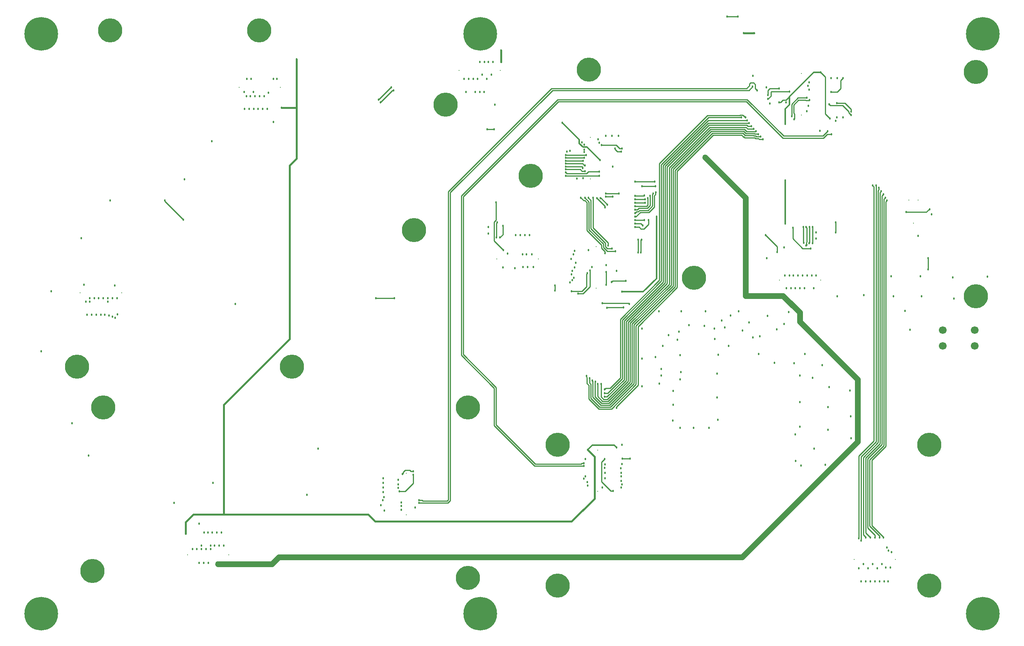
<source format=gbl>
G04 Layer_Physical_Order=4*
G04 Layer_Color=16711680*
%FSLAX25Y25*%
%MOIN*%
G70*
G01*
G75*
%ADD46C,0.01180*%
%ADD47C,0.01000*%
%ADD48C,0.01500*%
%ADD49C,0.05000*%
%ADD50C,0.01181*%
%ADD51C,0.06693*%
%ADD52C,0.00394*%
%ADD53C,0.29134*%
%ADD54C,0.20866*%
%ADD55C,0.00787*%
%ADD56C,0.01800*%
%ADD57C,0.05000*%
D46*
X626000Y276000D02*
X628000Y274000D01*
X603000Y272000D02*
X607000Y276000D01*
X626000D01*
X581000Y555500D02*
X595810Y540690D01*
Y537593D02*
Y540690D01*
Y537593D02*
X599093Y534310D01*
X602190D01*
X613500Y523000D01*
X774000Y474000D02*
Y505500D01*
Y468000D02*
Y474000D01*
X662500Y420500D02*
Y474000D01*
X651000Y409000D02*
X662500Y420500D01*
X632500Y409000D02*
X651000D01*
X777500Y578000D02*
X798500Y599000D01*
X777500Y571000D02*
Y578000D01*
X774000Y567500D02*
X777500Y571000D01*
X774000Y554500D02*
Y567500D01*
X798500Y599000D02*
X804500D01*
D47*
X577704Y573800D02*
X740296D01*
X577000Y575500D02*
X741000D01*
X495200Y491296D02*
X577704Y573800D01*
X740296D02*
X772096Y542000D01*
X493500Y492000D02*
X577000Y575500D01*
X741000D02*
X772500Y544000D01*
X665000Y419000D02*
Y520000D01*
X666700Y418296D02*
Y519200D01*
X668400Y417592D02*
Y518496D01*
X670100Y416888D02*
Y517792D01*
X671800Y416183D02*
Y517088D01*
X673500Y415479D02*
Y516383D01*
X675200Y414775D02*
Y515679D01*
X676900Y414071D02*
Y514975D01*
X678600Y413367D02*
Y514271D01*
X680300Y412663D02*
Y513567D01*
X631227Y385227D02*
X665000Y419000D01*
X632927Y384523D02*
X666700Y418296D01*
X634627Y383819D02*
X668400Y417592D01*
X636327Y383115D02*
X670100Y416888D01*
X638027Y382411D02*
X671800Y416183D01*
X639727Y381707D02*
X673500Y415479D01*
X641427Y381002D02*
X675200Y414775D01*
X643127Y380298D02*
X676900Y414071D01*
X644827Y379594D02*
X678600Y413367D01*
X646527Y378890D02*
X680300Y412663D01*
X774600Y575100D02*
X777500Y578000D01*
X772100Y575100D02*
X774600D01*
X770000Y573000D02*
X772100Y575100D01*
X768500Y573000D02*
X770000D01*
X751500Y541000D02*
X754500D01*
X752400Y543400D02*
X752500Y543500D01*
X750100Y545900D02*
X750500Y545500D01*
X748300Y544200D02*
X749100Y543400D01*
X746926Y544200D02*
X748300D01*
X747596Y542500D02*
X748396Y541700D01*
X738883Y542500D02*
X747596D01*
X804500Y599000D02*
X808500Y595000D01*
Y563000D02*
Y595000D01*
Y563000D02*
X812500Y559000D01*
X495200Y354704D02*
Y491296D01*
X493500Y354000D02*
Y492000D01*
X680300Y513567D02*
X711533Y544800D01*
X678600Y514271D02*
X710829Y546500D01*
X676900Y514975D02*
X710125Y548200D01*
X675200Y515679D02*
X709421Y549900D01*
X673500Y516383D02*
X708717Y551600D01*
X671800Y517088D02*
X708012Y553300D01*
X670100Y517792D02*
X707308Y555000D01*
X668400Y518496D02*
X707404Y557500D01*
X666700Y519200D02*
X707500Y560000D01*
X665000Y520000D02*
X706700Y561700D01*
X711533Y544800D02*
X736200D01*
X710829Y546500D02*
X737288D01*
X710125Y548200D02*
X737992D01*
X709421Y549900D02*
X738696D01*
X708717Y551600D02*
X740104D01*
X708012Y553300D02*
X740808D01*
X707308Y555000D02*
X742500D01*
X707404Y557500D02*
X741000D01*
X707500Y560000D02*
X736000D01*
X706700Y561700D02*
X734730D01*
X584100Y509600D02*
X612900D01*
X613000Y509500D01*
X584000D02*
X584100Y509600D01*
X452000Y243000D02*
Y250500D01*
X445000Y236000D02*
X452000Y243000D01*
X440000Y236000D02*
X445000D01*
X615000Y261500D02*
X617500Y264000D01*
X615000Y244500D02*
Y261500D01*
Y244500D02*
X623000Y236500D01*
X625000D01*
X646527Y328007D02*
Y378890D01*
X644827Y328711D02*
Y379594D01*
X643127Y329415D02*
Y380298D01*
X641427Y330119D02*
Y381002D01*
X639727Y330823D02*
Y381707D01*
X638027Y331527D02*
Y382411D01*
X636327Y332231D02*
Y383115D01*
X634627Y332936D02*
Y383819D01*
X632927Y333640D02*
Y384523D01*
X631227Y334344D02*
Y385227D01*
X620000Y395500D02*
X634000D01*
X619500Y395000D02*
X620000Y395500D01*
X615500Y399000D02*
X638500D01*
X639000Y398500D01*
X419500Y403500D02*
X435500D01*
X897500Y428500D02*
Y438000D01*
X817500Y460500D02*
Y469000D01*
X644000Y504500D02*
X661000D01*
X644000Y492000D02*
X651500D01*
X652000Y492500D01*
X650000Y500500D02*
X661500D01*
X723500Y647500D02*
X733000D01*
X237000Y487500D02*
Y488000D01*
Y487500D02*
X253000Y471500D01*
X898500Y480500D02*
X899000D01*
X896000Y478000D02*
X898500Y480500D01*
X878500Y478000D02*
X896000D01*
X794900Y574900D02*
X795000Y575000D01*
X750800Y541700D02*
X751500Y541000D01*
X748396Y541700D02*
X750800D01*
X738085Y543298D02*
X738883Y542500D01*
X738085Y543285D02*
Y543298D01*
X738057Y543256D02*
X738085Y543285D01*
X737744Y543256D02*
X738057D01*
X736200Y544800D02*
X737744Y543256D01*
X737288Y546500D02*
X739288Y544500D01*
X739992Y546200D02*
X747330D01*
X737992Y548200D02*
X739992Y546200D01*
X740696Y547900D02*
X748400D01*
X738696Y549900D02*
X740696Y547900D01*
X628000Y309479D02*
X646527Y328007D01*
X628000Y308500D02*
Y309479D01*
X633000Y264500D02*
X639500D01*
X859000Y196000D02*
Y196404D01*
X848904Y206500D02*
X859000Y196404D01*
X848904Y206500D02*
Y263000D01*
X861000Y275096D01*
X857600Y492100D02*
X859000Y493500D01*
X857600Y276696D02*
Y492100D01*
X845200Y264296D02*
X857600Y276696D01*
X855900Y277400D02*
Y494900D01*
X843500Y265000D02*
X855900Y277400D01*
X854200Y278296D02*
Y496700D01*
X841500Y265596D02*
X854200Y278296D01*
X852500Y279000D02*
Y501000D01*
X839500Y266000D02*
X852500Y279000D01*
X850800Y279704D02*
Y499700D01*
X837800Y266704D02*
X850800Y279704D01*
X855900Y494900D02*
X857000Y496000D01*
X855000Y497500D02*
Y499000D01*
X854200Y496700D02*
X855000Y497500D01*
X849500Y501000D02*
X850800Y499700D01*
X859300Y489300D02*
X860500Y490500D01*
X861000Y275096D02*
Y487000D01*
X862000Y488000D01*
X831000Y562000D02*
Y562030D01*
X828900Y564130D02*
X831000Y562030D01*
X828900Y564130D02*
Y565100D01*
X823500Y570500D02*
X828900Y565100D01*
X819470Y570500D02*
X823500D01*
X819370Y570400D02*
X819470Y570500D01*
X813100Y570400D02*
X819370D01*
X812156Y571345D02*
X813100Y570400D01*
X847000Y206000D02*
X855500Y197500D01*
Y196000D02*
Y197500D01*
X847000Y206000D02*
Y263500D01*
X859300Y275800D01*
Y489300D01*
X831000Y565000D02*
Y567000D01*
X825500Y572500D02*
X831000Y567000D01*
X818500Y572500D02*
X825500D01*
X851500Y196000D02*
Y198000D01*
X845200Y204300D02*
X851500Y198000D01*
X845200Y204300D02*
Y264296D01*
X843500Y200000D02*
X847500Y196000D01*
X843500Y200000D02*
Y265000D01*
X839500Y196470D02*
Y266000D01*
X837800Y196300D02*
Y266704D01*
X843500Y196000D02*
Y196500D01*
X841500Y198500D02*
X843500Y196500D01*
X841500Y198500D02*
Y265596D01*
X822000Y592000D02*
X824000Y594000D01*
X822000Y585000D02*
Y592000D01*
X819000Y582000D02*
X822000Y585000D01*
X813500Y582000D02*
X819000D01*
X837500Y195500D02*
Y196000D01*
X839600Y193600D02*
Y196370D01*
X839500Y193500D02*
X839600Y193600D01*
X839500Y196470D02*
X839600Y196370D01*
X837500Y196000D02*
X837800Y196300D01*
X442500Y251000D02*
X443414Y251914D01*
Y252761D01*
X445153Y254500D01*
X449000D01*
X450000Y253500D01*
X452000D01*
X602000Y335270D02*
X602400Y334870D01*
X602000Y335270D02*
Y336000D01*
X602400Y329600D02*
Y334870D01*
Y329600D02*
X604000Y328000D01*
Y316096D02*
Y328000D01*
Y316096D02*
X612696Y307400D01*
X623517D01*
X622813Y309100D02*
X643127Y329415D01*
X622108Y310800D02*
X641427Y330119D01*
X614392Y310800D02*
X622108D01*
X607400Y317792D02*
X614392Y310800D01*
X621404Y312500D02*
X639727Y330823D01*
X615096Y312500D02*
X621404D01*
X609400Y318196D02*
X615096Y312500D01*
X620700Y314200D02*
X638027Y331527D01*
X615800Y314200D02*
X620700D01*
X611500Y318500D02*
X615800Y314200D01*
X619996Y315900D02*
X636327Y332231D01*
X616630Y315900D02*
X619996D01*
X614530Y318000D02*
X616630Y315900D01*
X614500Y318000D02*
X614530D01*
X614500D02*
Y329000D01*
X617500Y318000D02*
X619692D01*
X620288Y321000D02*
X632927Y333640D01*
X617500Y321000D02*
X620288D01*
X617500Y324500D02*
X618500Y325500D01*
X623517Y307400D02*
X644827Y328711D01*
X619692Y318000D02*
X634627Y332936D01*
X622383Y325500D02*
X631227Y334344D01*
X741704Y550000D02*
X746500D01*
X740104Y551600D02*
X741704Y550000D01*
X741608Y552500D02*
X744500D01*
X740808Y553300D02*
X741608Y552500D01*
X737700Y561700D02*
X739400Y560000D01*
X737270Y561700D02*
X737700D01*
X736870Y562100D02*
X737270Y561700D01*
X735130Y562100D02*
X736870D01*
X734730Y561700D02*
X735130Y562100D01*
X739400Y560000D02*
X739500D01*
X739288Y544500D02*
X746626D01*
X746926Y544200D01*
X749100Y543400D02*
X752400D01*
X781500Y558500D02*
X782000Y559000D01*
Y563000D01*
X781200Y563800D02*
X782000Y563000D01*
X781200Y563800D02*
Y570796D01*
X785404Y575000D01*
X791530D01*
X791630Y574900D01*
X794900D01*
X785000Y577000D02*
X792500D01*
X779500Y571500D02*
X785000Y577000D01*
X779500Y561000D02*
Y571500D01*
X747630Y545900D02*
X750100D01*
X747330Y546200D02*
X747630Y545900D01*
X613400Y309100D02*
X622813D01*
X605700Y316800D02*
X613400Y309100D01*
X605700Y316800D02*
Y328800D01*
X607000Y332000D02*
X607400Y331600D01*
X609400Y330900D02*
X609500Y331000D01*
X611500Y318500D02*
Y329000D01*
X604500Y330000D02*
X605700Y328800D01*
X604500Y330000D02*
Y334000D01*
X618500Y325500D02*
X622383D01*
X748400Y547900D02*
X748500Y548000D01*
X607400Y317792D02*
Y331600D01*
X609400Y318196D02*
Y330900D01*
X762000Y582500D02*
X777500D01*
X761500Y582000D02*
X762000Y582500D01*
X761500Y578500D02*
Y582000D01*
X759000Y576000D02*
X761500Y578500D01*
X760500Y585000D02*
X768500D01*
X759000Y583500D02*
X760500Y585000D01*
X759000Y579500D02*
Y583500D01*
X619000Y415000D02*
Y426000D01*
X810404Y545500D02*
X814000D01*
X806904Y542000D02*
X810404Y545500D01*
X772096Y542000D02*
X806904D01*
X495200Y354704D02*
X523700Y326204D01*
Y293704D02*
Y326204D01*
Y293704D02*
X557704Y259700D01*
X522000Y293000D02*
Y325500D01*
Y293000D02*
X557000Y258000D01*
X557704Y259700D02*
X597200D01*
X598000Y260500D01*
X599500D01*
X557000Y258000D02*
X599500D01*
X493500Y354000D02*
X522000Y325500D01*
X772500Y544000D02*
X806500D01*
X810500Y548000D01*
X484000Y495000D02*
X572500Y583500D01*
X484000Y228000D02*
Y495000D01*
X482300Y495704D02*
X571796Y585200D01*
X748000Y585000D02*
X749500Y583500D01*
X748000Y585000D02*
Y588500D01*
X746500Y590000D02*
X748000Y588500D01*
X744000Y590000D02*
X746500D01*
X743000Y589000D02*
X744000Y590000D01*
X743000Y587700D02*
Y589000D01*
X740500Y585200D02*
X743000Y587700D01*
X571796Y585200D02*
X740500D01*
X742500Y583500D02*
X745750Y586750D01*
X572500Y583500D02*
X742500D01*
X482300Y228704D02*
Y495704D01*
X481296Y227700D02*
X482300Y228704D01*
X460300Y227700D02*
X481296D01*
X459500Y228500D02*
X460300Y227700D01*
X457000Y228500D02*
X459500D01*
X457000Y226000D02*
X482000D01*
X484000Y228000D01*
X527000Y456000D02*
X529500Y458500D01*
X516153Y549653D02*
X521847D01*
X623500Y417500D02*
X624500Y418500D01*
X636000D01*
X434000Y583500D02*
X435000D01*
X423500Y573000D02*
X434000Y583500D01*
X432813Y586000D02*
X433000D01*
X422157Y575343D02*
X432813Y586000D01*
X584000Y515000D02*
X596500D01*
X584000Y517500D02*
X598000D01*
X584000Y520000D02*
X598500D01*
X584000Y522500D02*
X599000D01*
X584000Y525000D02*
X600000D01*
X584000Y527500D02*
X601500D01*
X584000Y512500D02*
X585100Y511400D01*
X603500Y513000D02*
X613000D01*
X601900Y511400D02*
X603500Y513000D01*
X585100Y511400D02*
X601900D01*
X598000Y513500D02*
X600500D01*
X596500Y515000D02*
X598000Y513500D01*
X598500Y516000D02*
Y517000D01*
X598000Y517500D02*
X598500Y517000D01*
X600000Y518500D02*
X600500D01*
X598500Y520000D02*
X600000Y518500D01*
X615000Y536000D02*
X627500D01*
X630500Y533000D01*
X632500D01*
X618500Y494000D02*
X630000D01*
X618000Y482000D02*
Y483000D01*
X614500Y490000D02*
X620000Y484500D01*
X614000Y490000D02*
X614500D01*
X626500Y532500D02*
Y533000D01*
Y532500D02*
X628500Y530500D01*
X632000D01*
X618500Y491500D02*
X624500D01*
X646500Y443000D02*
Y454000D01*
X649000D02*
X649500D01*
X649000Y443000D02*
Y454000D01*
X767000Y443500D02*
Y448000D01*
X529500Y458500D02*
Y466000D01*
X657100Y483696D02*
Y490870D01*
X789500Y452000D02*
Y465000D01*
X644000Y477000D02*
X645300Y478300D01*
X646704D01*
X648004Y479600D01*
X657000Y490970D02*
X657100Y490870D01*
X657000Y490970D02*
Y492000D01*
X654000Y483000D02*
X655000Y484000D01*
Y490000D01*
X655408Y479600D02*
X659100Y483292D01*
Y493600D01*
X659500Y494000D01*
X792000Y465000D02*
X792500Y464500D01*
X644000Y474000D02*
X644808D01*
X648708Y477900D01*
X644000Y483000D02*
X654000D01*
X648004Y479600D02*
X655408D01*
X644000Y480000D02*
X646000D01*
X647300Y481300D01*
X654704D01*
X657100Y483696D01*
X648708Y477900D02*
X656112D01*
X660800Y482587D01*
Y492330D01*
X661600Y493130D01*
Y494600D01*
X662000Y495000D01*
X792500Y451970D02*
Y464500D01*
X524000Y456000D02*
Y468500D01*
X524500Y469000D01*
X644000Y486000D02*
X652500D01*
X644000Y489000D02*
X652500D01*
X789500Y452000D02*
X790000Y451500D01*
X792000Y449000D02*
X792500Y449500D01*
X797500Y451000D02*
Y465000D01*
X795000Y451500D02*
Y465000D01*
X792400Y451870D02*
X792500Y451970D01*
X792400Y450130D02*
Y451870D01*
Y450130D02*
X792500Y450030D01*
Y449500D02*
Y450030D01*
X794500Y451000D02*
X795000Y451500D01*
X644000Y471000D02*
X652000D01*
X780500Y455000D02*
Y464500D01*
Y455000D02*
X789000Y446500D01*
X796000D01*
X523500Y470970D02*
Y486500D01*
X521900Y469370D02*
X523500Y470970D01*
X521900Y453100D02*
Y469370D01*
Y453100D02*
X530000Y445000D01*
X757000Y458000D02*
X767000Y448000D01*
X644000Y468000D02*
X649000D01*
X650500Y466500D01*
X644000Y465000D02*
X647500D01*
X649000Y463500D01*
X651500D01*
X655500Y467500D01*
Y471000D01*
X574500Y410000D02*
Y414500D01*
X611000Y490000D02*
X618000Y483000D01*
X600500Y490500D02*
X604100Y486900D01*
X597000Y490500D02*
X599500Y488000D01*
X600596D01*
X602400Y486196D01*
X603500Y490500D02*
X605800Y488200D01*
X602400Y462100D02*
Y486196D01*
X607500Y464500D02*
Y490500D01*
Y464500D02*
X620500Y451500D01*
X620030Y446500D02*
X624000D01*
X604100Y462900D02*
Y486900D01*
X616700Y447426D02*
X620126Y444000D01*
X616700Y447426D02*
Y450300D01*
X620126Y444000D02*
X627000D01*
X620500Y449000D02*
Y451500D01*
X604100Y462900D02*
X616700Y450300D01*
X618400Y448130D02*
X620030Y446500D01*
X618400Y448130D02*
Y451100D01*
X605800Y463700D02*
X618400Y451100D01*
X605800Y463700D02*
Y488200D01*
X602400Y462100D02*
X614000Y450500D01*
X614096D01*
X615000Y449596D01*
Y446722D02*
Y449596D01*
Y446722D02*
X618000Y443722D01*
Y442500D02*
Y443722D01*
X602000Y424500D02*
X602500Y425000D01*
X598000Y409500D02*
X602000Y413500D01*
Y424500D01*
X605000Y413500D02*
Y427500D01*
X599000Y407500D02*
X605000Y413500D01*
X595370Y409600D02*
X595470Y409500D01*
X598000D01*
X589000D02*
X589100Y409600D01*
X595370D01*
X594500Y407500D02*
X599000D01*
D48*
X345000Y493000D02*
Y518500D01*
Y417500D02*
Y493000D01*
X603000Y272000D02*
X609000Y266000D01*
Y237520D02*
Y266000D01*
X608853Y237373D02*
X609000Y237520D01*
X608853Y229853D02*
Y237373D01*
X589000Y210000D02*
X608853Y229853D01*
X419000Y210000D02*
X589000D01*
X413000Y216000D02*
X419000Y210000D01*
X288000Y216000D02*
X413000D01*
X288000D02*
Y311000D01*
X261500Y216000D02*
X288000D01*
X345000Y368000D02*
Y417500D01*
X255000Y199500D02*
Y209500D01*
X261500Y216000D01*
X288000Y311000D02*
X345000Y368000D01*
Y518500D02*
X351000Y524500D01*
Y568500D01*
Y610500D01*
X338000Y568500D02*
X351000D01*
X528000Y608000D02*
Y618000D01*
X738000Y633000D02*
X747000D01*
D49*
X704500Y525500D02*
X739500Y490500D01*
Y405500D02*
Y490500D01*
Y405500D02*
X772000D01*
X786500Y391000D01*
Y383000D02*
Y391000D01*
X283000Y173000D02*
X329500D01*
X335500Y179000D01*
X736500D01*
X836500Y279000D01*
Y333000D01*
X786500Y383000D02*
X836500Y333000D01*
D50*
X869350Y176992D02*
D03*
X833524D02*
D03*
X611681Y271882D02*
D03*
Y236055D02*
D03*
X524429Y437508D02*
D03*
X560256D02*
D03*
X527445Y600819D02*
D03*
X491618D02*
D03*
X445992Y215866D02*
D03*
Y251693D02*
D03*
X610492Y412244D02*
D03*
Y448071D02*
D03*
X605492Y506898D02*
D03*
Y542724D02*
D03*
X788008Y597976D02*
D03*
Y562150D02*
D03*
X768929Y419008D02*
D03*
X804756D02*
D03*
X337134Y585992D02*
D03*
X301307D02*
D03*
X199571Y407992D02*
D03*
X163744D02*
D03*
X256539Y181161D02*
D03*
X292366D02*
D03*
D51*
X910441Y362000D02*
D03*
Y375780D02*
D03*
X938000Y362000D02*
D03*
Y375780D02*
D03*
D52*
X254000Y233500D02*
D03*
X355000Y511150D02*
D03*
Y251350D02*
D03*
X254000Y529000D02*
D03*
X420950Y329950D02*
D03*
Y432550D02*
D03*
X280000Y381250D02*
D03*
X165100Y477700D02*
D03*
X130000Y381250D02*
D03*
X165100Y284800D02*
D03*
D53*
X945000Y632500D02*
D03*
X130000D02*
D03*
Y130000D02*
D03*
X510000D02*
D03*
Y632500D02*
D03*
X945000Y130000D02*
D03*
D54*
X898500Y154500D02*
D03*
Y276500D02*
D03*
X577000Y154500D02*
D03*
Y276500D02*
D03*
X347126Y344000D02*
D03*
X161126D02*
D03*
X189626Y635500D02*
D03*
X318626D02*
D03*
X499173Y161153D02*
D03*
Y308653D02*
D03*
X183673D02*
D03*
X174173Y167154D02*
D03*
X553500Y509500D02*
D03*
X452500Y462500D02*
D03*
X480000Y571000D02*
D03*
X695000Y421000D02*
D03*
X604000Y601500D02*
D03*
X939000Y599500D02*
D03*
Y405000D02*
D03*
D55*
X885000Y468500D02*
D03*
X881000Y488500D02*
D03*
X889000D02*
D03*
D56*
X345000Y493000D02*
D03*
X628000Y274000D02*
D03*
X603000Y272000D02*
D03*
X581000Y555500D02*
D03*
X600000Y532000D02*
D03*
X613500Y523000D02*
D03*
X774000Y474000D02*
D03*
X662500D02*
D03*
X632500Y409000D02*
D03*
X774000Y554500D02*
D03*
Y505500D02*
D03*
X754500Y541000D02*
D03*
X752500Y543500D02*
D03*
X750500Y545500D02*
D03*
X774000Y468000D02*
D03*
X345000Y417500D02*
D03*
X255000Y199500D02*
D03*
X286000Y200500D02*
D03*
X282000D02*
D03*
X284000Y189000D02*
D03*
X338000Y568500D02*
D03*
X351000Y610500D02*
D03*
X528000Y608000D02*
D03*
Y618000D02*
D03*
X738000Y633000D02*
D03*
X747000D02*
D03*
X768500Y573000D02*
D03*
X804500Y599000D02*
D03*
X812500Y559000D02*
D03*
X298000Y398500D02*
D03*
X266500Y208000D02*
D03*
X632500Y276500D02*
D03*
X529500Y430000D02*
D03*
X533500Y442000D02*
D03*
X540000Y429500D02*
D03*
X540500Y458000D02*
D03*
X544500D02*
D03*
X548500D02*
D03*
X552500D02*
D03*
X591500Y430000D02*
D03*
X588500Y437500D02*
D03*
X590500Y441500D02*
D03*
X591500Y444500D02*
D03*
X603500Y445000D02*
D03*
X592594Y434094D02*
D03*
X606500Y430500D02*
D03*
X619000Y432000D02*
D03*
X585000Y530500D02*
D03*
X587500Y531000D02*
D03*
X599000Y507500D02*
D03*
X593500Y507000D02*
D03*
X598000Y538500D02*
D03*
X600000Y536500D02*
D03*
Y530000D02*
D03*
X612000Y541000D02*
D03*
X613000Y538000D02*
D03*
X369500Y273000D02*
D03*
X278500Y243500D02*
D03*
X156500Y295000D02*
D03*
X138500Y409500D02*
D03*
X189500Y488000D02*
D03*
X277500Y539500D02*
D03*
X331000Y556000D02*
D03*
X522500Y571000D02*
D03*
X629500Y544000D02*
D03*
X624000D02*
D03*
X618500D02*
D03*
X624500Y517500D02*
D03*
X517000Y459500D02*
D03*
Y465000D02*
D03*
X628000Y427000D02*
D03*
X758000Y438000D02*
D03*
X773000Y447500D02*
D03*
X800500Y460500D02*
D03*
Y455000D02*
D03*
X889000Y457500D02*
D03*
X757500Y586000D02*
D03*
X746000Y596000D02*
D03*
X804000Y548500D02*
D03*
X817500Y557000D02*
D03*
X824000Y560000D02*
D03*
X818500D02*
D03*
X819000Y594000D02*
D03*
X813500D02*
D03*
X774500Y573000D02*
D03*
X760500Y572000D02*
D03*
X439000Y239000D02*
D03*
Y242000D02*
D03*
Y246000D02*
D03*
X426000Y247500D02*
D03*
Y243500D02*
D03*
Y239500D02*
D03*
Y235500D02*
D03*
X441500Y220000D02*
D03*
X453500Y222000D02*
D03*
X441500Y223500D02*
D03*
Y226500D02*
D03*
X274500Y174000D02*
D03*
X266500D02*
D03*
X270500D02*
D03*
X261000Y186000D02*
D03*
X264500D02*
D03*
X268500D02*
D03*
X272500D02*
D03*
X276500D02*
D03*
X278000Y200500D02*
D03*
X274453Y200453D02*
D03*
X271000Y200500D02*
D03*
X288000Y189000D02*
D03*
X280000D02*
D03*
X276500D02*
D03*
X268500D02*
D03*
X185000Y389000D02*
D03*
X181500D02*
D03*
X177500D02*
D03*
X173500D02*
D03*
X169500D02*
D03*
X168500Y400500D02*
D03*
X172000D02*
D03*
X187500D02*
D03*
X193500Y414500D02*
D03*
X195500Y403500D02*
D03*
X191500D02*
D03*
X187500D02*
D03*
X183500D02*
D03*
X179500D02*
D03*
X176000D02*
D03*
X172000D02*
D03*
X167000Y415000D02*
D03*
X323000Y578500D02*
D03*
X319000D02*
D03*
X315000D02*
D03*
X311000D02*
D03*
X307500D02*
D03*
X306000Y567500D02*
D03*
X310000D02*
D03*
X314000D02*
D03*
X317500D02*
D03*
X321500D02*
D03*
X325500D02*
D03*
X305500Y582000D02*
D03*
X313500D02*
D03*
X308000Y593500D02*
D03*
X311500D02*
D03*
X334000D02*
D03*
X331000D02*
D03*
X326500Y581500D02*
D03*
X513469Y582031D02*
D03*
X509500Y582000D02*
D03*
X505594Y582094D02*
D03*
X497500Y582000D02*
D03*
X496000Y593500D02*
D03*
X500000D02*
D03*
X504000D02*
D03*
X507563Y593437D02*
D03*
X515500Y593500D02*
D03*
X521000Y608000D02*
D03*
X517000D02*
D03*
X513500D02*
D03*
X509500D02*
D03*
X519500Y597000D02*
D03*
X511500D02*
D03*
X792500Y565500D02*
D03*
X794000Y570000D02*
D03*
X794500Y590500D02*
D03*
X793500Y587500D02*
D03*
X794500Y584000D02*
D03*
X798654Y412154D02*
D03*
X790500Y412000D02*
D03*
X786500D02*
D03*
X782500D02*
D03*
X779000D02*
D03*
X775000D02*
D03*
X773500Y423000D02*
D03*
X777500D02*
D03*
X781000D02*
D03*
X785000D02*
D03*
X789000D02*
D03*
X793000D02*
D03*
X797000D02*
D03*
X800500D02*
D03*
X900500Y476252D02*
D03*
X837500Y169500D02*
D03*
X839500Y158000D02*
D03*
X843500D02*
D03*
X845500Y169500D02*
D03*
X847500Y158000D02*
D03*
X851500D02*
D03*
X853500Y169500D02*
D03*
X855500Y158000D02*
D03*
X861000Y170000D02*
D03*
X865000D02*
D03*
X866000Y183500D02*
D03*
X863248Y184748D02*
D03*
X862000Y187500D02*
D03*
X857500Y173000D02*
D03*
X849500D02*
D03*
X841500D02*
D03*
X632000Y239500D02*
D03*
X632500Y242000D02*
D03*
X632000Y245000D02*
D03*
X618000Y247500D02*
D03*
X632000Y249000D02*
D03*
X618000Y252000D02*
D03*
X632000D02*
D03*
X631500Y256000D02*
D03*
X617500Y256500D02*
D03*
X618000Y259500D02*
D03*
X632626Y259874D02*
D03*
X615500Y239500D02*
D03*
X603000Y241000D02*
D03*
X602500Y244000D02*
D03*
X599500Y247000D02*
D03*
X601000Y249000D02*
D03*
Y264000D02*
D03*
X742500Y382500D02*
D03*
X733500Y392000D02*
D03*
X705000D02*
D03*
X684000D02*
D03*
X664500D02*
D03*
X650000Y377000D02*
D03*
Y351000D02*
D03*
Y327000D02*
D03*
X665000Y329500D02*
D03*
X666500Y336500D02*
D03*
Y342000D02*
D03*
X661500Y352500D02*
D03*
X668000Y362000D02*
D03*
X673000Y371500D02*
D03*
X682000Y374500D02*
D03*
X690500Y380000D02*
D03*
X704000Y379500D02*
D03*
X712500Y377000D02*
D03*
X719000Y384000D02*
D03*
X726500Y388500D02*
D03*
X777000Y391500D02*
D03*
X773000Y381000D02*
D03*
X766500Y376500D02*
D03*
X758500Y388000D02*
D03*
X737000Y375500D02*
D03*
X752000Y370500D02*
D03*
X746000Y369500D02*
D03*
X751000Y355000D02*
D03*
X920000Y403000D02*
D03*
X919000Y421500D02*
D03*
X892000Y405000D02*
D03*
X891000Y422500D02*
D03*
X882000Y376000D02*
D03*
X877500Y392500D02*
D03*
X949000Y422000D02*
D03*
X865500Y422500D02*
D03*
X867500Y405000D02*
D03*
X842000Y406000D02*
D03*
X819000Y405000D02*
D03*
X811000Y289500D02*
D03*
X799000Y273000D02*
D03*
X811000Y309000D02*
D03*
X797500Y334500D02*
D03*
X786500Y336500D02*
D03*
Y313500D02*
D03*
Y292000D02*
D03*
X782500Y285500D02*
D03*
X783000Y262500D02*
D03*
X787500Y258500D02*
D03*
X808500Y259000D02*
D03*
X830500Y301000D02*
D03*
X831000Y282000D02*
D03*
X830000Y323500D02*
D03*
X812000Y326500D02*
D03*
X806000Y345500D02*
D03*
X791000Y355000D02*
D03*
X781500Y347000D02*
D03*
X764500Y347500D02*
D03*
X254000Y506500D02*
D03*
X164500Y455500D02*
D03*
X130000Y357500D02*
D03*
X171000Y267000D02*
D03*
X245000Y226000D02*
D03*
X360047Y232953D02*
D03*
X589000Y424000D02*
D03*
X589500Y427000D02*
D03*
X591000Y421000D02*
D03*
X589500Y419000D02*
D03*
X587500Y417000D02*
D03*
X556000Y430500D02*
D03*
X554500Y441500D02*
D03*
X551000Y430500D02*
D03*
X550000Y441500D02*
D03*
X547000Y430500D02*
D03*
X546500Y441500D02*
D03*
X196000Y389500D02*
D03*
X194000Y386500D02*
D03*
X191500Y387500D02*
D03*
X188500Y388500D02*
D03*
X427000Y219500D02*
D03*
X424000Y224000D02*
D03*
X425500Y228500D02*
D03*
X426500Y231000D02*
D03*
X863000Y158000D02*
D03*
X859500D02*
D03*
X683000Y333000D02*
D03*
X683500Y339500D02*
D03*
X683000Y354000D02*
D03*
X680500Y367500D02*
D03*
X713000Y368000D02*
D03*
X721500Y378000D02*
D03*
X725000Y362000D02*
D03*
X716000Y354500D02*
D03*
X715000Y338000D02*
D03*
Y317500D02*
D03*
X677000Y323000D02*
D03*
Y311000D02*
D03*
X715500Y298000D02*
D03*
X708000Y291000D02*
D03*
X694500D02*
D03*
X683000D02*
D03*
X676500Y297500D02*
D03*
X634000Y395500D02*
D03*
X619500Y395000D02*
D03*
X615500Y399000D02*
D03*
X639000Y398500D02*
D03*
X435500Y403500D02*
D03*
X419500D02*
D03*
X897500Y438000D02*
D03*
Y428500D02*
D03*
X817500Y460500D02*
D03*
Y469000D02*
D03*
X644000Y504500D02*
D03*
X661000D02*
D03*
X644000Y492000D02*
D03*
X652000Y492500D02*
D03*
X661500Y500500D02*
D03*
X650000D02*
D03*
X733000Y647500D02*
D03*
X723500D02*
D03*
X237000Y488000D02*
D03*
X253000Y471500D02*
D03*
X899000Y480500D02*
D03*
X878500Y478000D02*
D03*
X795000Y575000D02*
D03*
X628000Y308500D02*
D03*
X639500Y264500D02*
D03*
X633000D02*
D03*
X859000Y196000D02*
D03*
Y493500D02*
D03*
X857000Y496000D02*
D03*
X855000Y499000D02*
D03*
X852500Y501000D02*
D03*
X860500Y490500D02*
D03*
X862000Y488000D02*
D03*
X831000Y562000D02*
D03*
X812156Y571345D02*
D03*
X855500Y196000D02*
D03*
X831000Y565000D02*
D03*
X818500Y572500D02*
D03*
X851500Y196000D02*
D03*
X847500D02*
D03*
X849500Y501000D02*
D03*
X843500Y196000D02*
D03*
X824000Y594000D02*
D03*
X813500Y582000D02*
D03*
X837500Y195500D02*
D03*
X839500Y193500D02*
D03*
X442500Y251000D02*
D03*
X452000Y253500D02*
D03*
X602000Y336000D02*
D03*
X617500Y318000D02*
D03*
Y324500D02*
D03*
X742500Y555000D02*
D03*
X741000Y557500D02*
D03*
X736000Y560000D02*
D03*
X739500D02*
D03*
X781500Y558500D02*
D03*
X792500Y577000D02*
D03*
X779500Y561000D02*
D03*
X607000Y332000D02*
D03*
X609500Y331000D02*
D03*
X611500Y329000D02*
D03*
X604500Y334000D02*
D03*
X452000Y250500D02*
D03*
X440000Y236000D02*
D03*
X748500Y548000D02*
D03*
X614500Y329000D02*
D03*
X746500Y550000D02*
D03*
X617500Y321000D02*
D03*
X744500Y552500D02*
D03*
X777500Y582500D02*
D03*
X759000Y576000D02*
D03*
X768500Y585000D02*
D03*
X759000Y579500D02*
D03*
X619000Y426000D02*
D03*
Y415000D02*
D03*
X814000Y545500D02*
D03*
X599500Y260500D02*
D03*
Y258000D02*
D03*
X810500Y548000D02*
D03*
X749500Y583500D02*
D03*
X457000Y228500D02*
D03*
Y226000D02*
D03*
X527000Y456000D02*
D03*
X745750Y586750D02*
D03*
X617500Y264000D02*
D03*
X625000Y236500D02*
D03*
X521847Y549653D02*
D03*
X516153D02*
D03*
X623500Y417500D02*
D03*
X636000Y418500D02*
D03*
X435000Y583500D02*
D03*
X423500Y573000D02*
D03*
X433000Y586000D02*
D03*
X422157Y575343D02*
D03*
X613000Y509500D02*
D03*
X584000D02*
D03*
Y515000D02*
D03*
Y517500D02*
D03*
Y520000D02*
D03*
Y522500D02*
D03*
Y525000D02*
D03*
Y527500D02*
D03*
Y512500D02*
D03*
X613000Y513000D02*
D03*
X600500Y513500D02*
D03*
X598500Y516000D02*
D03*
X600500Y518500D02*
D03*
X600000Y525000D02*
D03*
X601500Y527500D02*
D03*
X599000Y522500D02*
D03*
X615000Y536000D02*
D03*
X632500Y533000D02*
D03*
X630000Y494000D02*
D03*
X618000Y482000D02*
D03*
X620000Y484500D02*
D03*
X626500Y533000D02*
D03*
X632000Y530500D02*
D03*
X614000Y490000D02*
D03*
X618500Y494000D02*
D03*
X624500Y491500D02*
D03*
X618500D02*
D03*
X646500Y454000D02*
D03*
Y443000D02*
D03*
X649000D02*
D03*
X649500Y454000D02*
D03*
X767000Y443500D02*
D03*
X529500Y466000D02*
D03*
X789500Y465000D02*
D03*
X644000Y477000D02*
D03*
X657000Y492000D02*
D03*
X655000Y490000D02*
D03*
X652500Y486000D02*
D03*
X644000Y480000D02*
D03*
X659500Y494000D02*
D03*
X792000Y465000D02*
D03*
X644000Y474000D02*
D03*
Y483000D02*
D03*
X662000Y495000D02*
D03*
X795000Y465000D02*
D03*
X524000Y456000D02*
D03*
X524500Y469000D02*
D03*
X644000Y486000D02*
D03*
Y489000D02*
D03*
X652500D02*
D03*
X790000Y451500D02*
D03*
X792000Y449000D02*
D03*
X797500Y465000D02*
D03*
Y451000D02*
D03*
X794500D02*
D03*
X644000Y471000D02*
D03*
X652000D02*
D03*
X780500Y464500D02*
D03*
X796000Y446500D02*
D03*
X523500Y486500D02*
D03*
X530000Y445000D02*
D03*
X644000Y468000D02*
D03*
Y465000D02*
D03*
X757000Y458000D02*
D03*
X650500Y466500D02*
D03*
X655500Y471000D02*
D03*
X574500Y414500D02*
D03*
Y410000D02*
D03*
X603500Y490500D02*
D03*
X611000Y490000D02*
D03*
X624000Y446500D02*
D03*
X600500Y490500D02*
D03*
X627000Y444000D02*
D03*
X597000Y490500D02*
D03*
X607500D02*
D03*
X620500Y449000D02*
D03*
X618000Y442500D02*
D03*
X589000Y409500D02*
D03*
X602500Y425000D02*
D03*
X605000Y427500D02*
D03*
X594500Y407500D02*
D03*
D57*
X704500Y525500D02*
D03*
X283000Y173000D02*
D03*
X786500Y383000D02*
D03*
M02*

</source>
